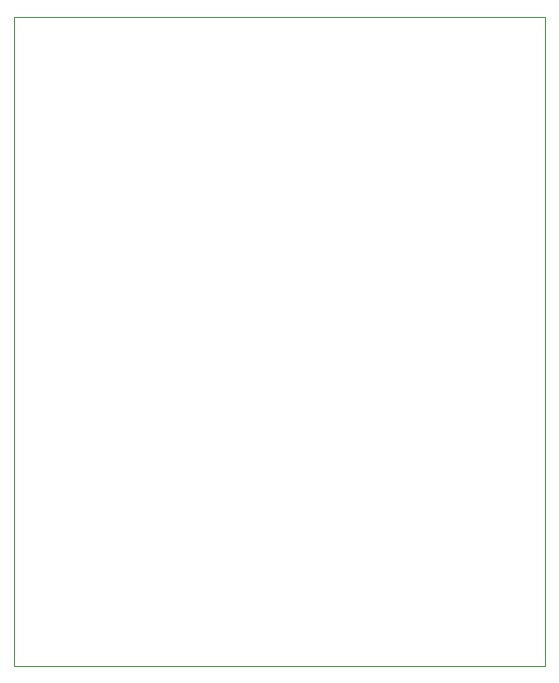
<source format=gbr>
%TF.GenerationSoftware,KiCad,Pcbnew,(6.0.2-0)*%
%TF.CreationDate,2022-04-22T19:08:37+09:30*%
%TF.ProjectId,scrambler,73637261-6d62-46c6-9572-2e6b69636164,1.0*%
%TF.SameCoordinates,Original*%
%TF.FileFunction,Profile,NP*%
%FSLAX46Y46*%
G04 Gerber Fmt 4.6, Leading zero omitted, Abs format (unit mm)*
G04 Created by KiCad (PCBNEW (6.0.2-0)) date 2022-04-22 19:08:37*
%MOMM*%
%LPD*%
G01*
G04 APERTURE LIST*
%TA.AperFunction,Profile*%
%ADD10C,0.100000*%
%TD*%
G04 APERTURE END LIST*
D10*
X75140000Y-32140000D02*
X75140000Y-87140000D01*
X30140000Y-87140000D02*
X30140000Y-32140000D01*
X75140000Y-87140000D02*
X30140000Y-87140000D01*
X30140000Y-32140000D02*
X75140000Y-32140000D01*
M02*

</source>
